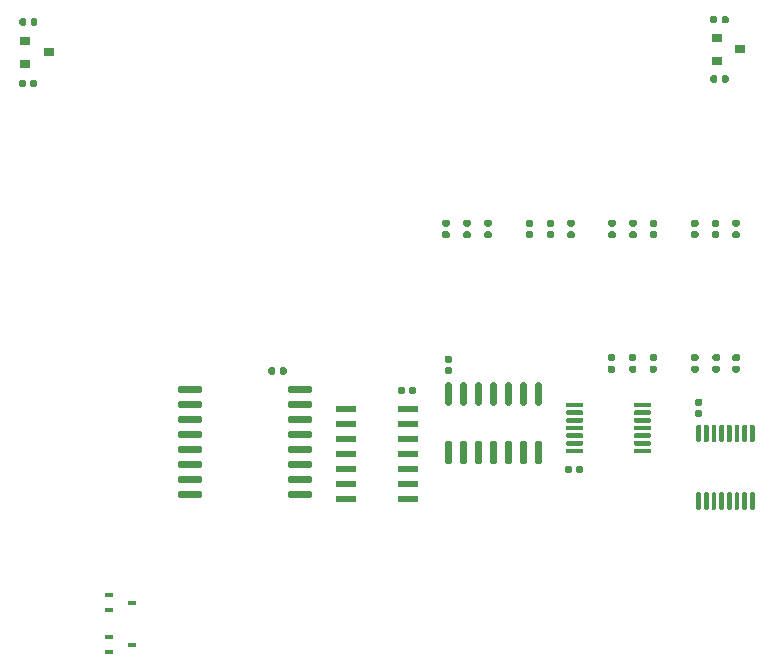
<source format=gtp>
%TF.GenerationSoftware,KiCad,Pcbnew,5.1.6-1.fc31*%
%TF.CreationDate,2020-06-27T23:06:53-07:00*%
%TF.ProjectId,rpi_7seg_alarm_clock,7270695f-3773-4656-975f-616c61726d5f,rev?*%
%TF.SameCoordinates,Original*%
%TF.FileFunction,Paste,Top*%
%TF.FilePolarity,Positive*%
%FSLAX46Y46*%
G04 Gerber Fmt 4.6, Leading zero omitted, Abs format (unit mm)*
G04 Created by KiCad (PCBNEW 5.1.6-1.fc31) date 2020-06-27 23:06:53*
%MOMM*%
%LPD*%
G01*
G04 APERTURE LIST*
%ADD10R,0.900000X0.800000*%
%ADD11R,0.700000X0.450000*%
%ADD12R,1.701800X0.533400*%
G04 APERTURE END LIST*
%TO.C,C1*%
G36*
G01*
X133422500Y-86985000D02*
X133077500Y-86985000D01*
G75*
G02*
X132930000Y-86837500I0J147500D01*
G01*
X132930000Y-86542500D01*
G75*
G02*
X133077500Y-86395000I147500J0D01*
G01*
X133422500Y-86395000D01*
G75*
G02*
X133570000Y-86542500I0J-147500D01*
G01*
X133570000Y-86837500D01*
G75*
G02*
X133422500Y-86985000I-147500J0D01*
G01*
G37*
G36*
G01*
X133422500Y-87955000D02*
X133077500Y-87955000D01*
G75*
G02*
X132930000Y-87807500I0J147500D01*
G01*
X132930000Y-87512500D01*
G75*
G02*
X133077500Y-87365000I147500J0D01*
G01*
X133422500Y-87365000D01*
G75*
G02*
X133570000Y-87512500I0J-147500D01*
G01*
X133570000Y-87807500D01*
G75*
G02*
X133422500Y-87955000I-147500J0D01*
G01*
G37*
%TD*%
%TO.C,C2*%
G36*
G01*
X116140000Y-89647500D02*
X116140000Y-89302500D01*
G75*
G02*
X116287500Y-89155000I147500J0D01*
G01*
X116582500Y-89155000D01*
G75*
G02*
X116730000Y-89302500I0J-147500D01*
G01*
X116730000Y-89647500D01*
G75*
G02*
X116582500Y-89795000I-147500J0D01*
G01*
X116287500Y-89795000D01*
G75*
G02*
X116140000Y-89647500I0J147500D01*
G01*
G37*
G36*
G01*
X115170000Y-89647500D02*
X115170000Y-89302500D01*
G75*
G02*
X115317500Y-89155000I147500J0D01*
G01*
X115612500Y-89155000D01*
G75*
G02*
X115760000Y-89302500I0J-147500D01*
G01*
X115760000Y-89647500D01*
G75*
G02*
X115612500Y-89795000I-147500J0D01*
G01*
X115317500Y-89795000D01*
G75*
G02*
X115170000Y-89647500I0J147500D01*
G01*
G37*
%TD*%
%TO.C,C3*%
G36*
G01*
X140472500Y-86985000D02*
X140127500Y-86985000D01*
G75*
G02*
X139980000Y-86837500I0J147500D01*
G01*
X139980000Y-86542500D01*
G75*
G02*
X140127500Y-86395000I147500J0D01*
G01*
X140472500Y-86395000D01*
G75*
G02*
X140620000Y-86542500I0J-147500D01*
G01*
X140620000Y-86837500D01*
G75*
G02*
X140472500Y-86985000I-147500J0D01*
G01*
G37*
G36*
G01*
X140472500Y-87955000D02*
X140127500Y-87955000D01*
G75*
G02*
X139980000Y-87807500I0J147500D01*
G01*
X139980000Y-87512500D01*
G75*
G02*
X140127500Y-87365000I147500J0D01*
G01*
X140472500Y-87365000D01*
G75*
G02*
X140620000Y-87512500I0J-147500D01*
G01*
X140620000Y-87807500D01*
G75*
G02*
X140472500Y-87955000I-147500J0D01*
G01*
G37*
%TD*%
%TO.C,C4*%
G36*
G01*
X143972500Y-75610000D02*
X143627500Y-75610000D01*
G75*
G02*
X143480000Y-75462500I0J147500D01*
G01*
X143480000Y-75167500D01*
G75*
G02*
X143627500Y-75020000I147500J0D01*
G01*
X143972500Y-75020000D01*
G75*
G02*
X144120000Y-75167500I0J-147500D01*
G01*
X144120000Y-75462500D01*
G75*
G02*
X143972500Y-75610000I-147500J0D01*
G01*
G37*
G36*
G01*
X143972500Y-76580000D02*
X143627500Y-76580000D01*
G75*
G02*
X143480000Y-76432500I0J147500D01*
G01*
X143480000Y-76137500D01*
G75*
G02*
X143627500Y-75990000I147500J0D01*
G01*
X143972500Y-75990000D01*
G75*
G02*
X144120000Y-76137500I0J-147500D01*
G01*
X144120000Y-76432500D01*
G75*
G02*
X143972500Y-76580000I-147500J0D01*
G01*
G37*
%TD*%
%TO.C,C5*%
G36*
G01*
X136972500Y-75610000D02*
X136627500Y-75610000D01*
G75*
G02*
X136480000Y-75462500I0J147500D01*
G01*
X136480000Y-75167500D01*
G75*
G02*
X136627500Y-75020000I147500J0D01*
G01*
X136972500Y-75020000D01*
G75*
G02*
X137120000Y-75167500I0J-147500D01*
G01*
X137120000Y-75462500D01*
G75*
G02*
X136972500Y-75610000I-147500J0D01*
G01*
G37*
G36*
G01*
X136972500Y-76580000D02*
X136627500Y-76580000D01*
G75*
G02*
X136480000Y-76432500I0J147500D01*
G01*
X136480000Y-76137500D01*
G75*
G02*
X136627500Y-75990000I147500J0D01*
G01*
X136972500Y-75990000D01*
G75*
G02*
X137120000Y-76137500I0J-147500D01*
G01*
X137120000Y-76432500D01*
G75*
G02*
X136972500Y-76580000I-147500J0D01*
G01*
G37*
%TD*%
%TO.C,C6*%
G36*
G01*
X105180000Y-87997500D02*
X105180000Y-87652500D01*
G75*
G02*
X105327500Y-87505000I147500J0D01*
G01*
X105622500Y-87505000D01*
G75*
G02*
X105770000Y-87652500I0J-147500D01*
G01*
X105770000Y-87997500D01*
G75*
G02*
X105622500Y-88145000I-147500J0D01*
G01*
X105327500Y-88145000D01*
G75*
G02*
X105180000Y-87997500I0J147500D01*
G01*
G37*
G36*
G01*
X104210000Y-87997500D02*
X104210000Y-87652500D01*
G75*
G02*
X104357500Y-87505000I147500J0D01*
G01*
X104652500Y-87505000D01*
G75*
G02*
X104800000Y-87652500I0J-147500D01*
G01*
X104800000Y-87997500D01*
G75*
G02*
X104652500Y-88145000I-147500J0D01*
G01*
X104357500Y-88145000D01*
G75*
G02*
X104210000Y-87997500I0J147500D01*
G01*
G37*
%TD*%
%TO.C,C7*%
G36*
G01*
X129997500Y-75610000D02*
X129652500Y-75610000D01*
G75*
G02*
X129505000Y-75462500I0J147500D01*
G01*
X129505000Y-75167500D01*
G75*
G02*
X129652500Y-75020000I147500J0D01*
G01*
X129997500Y-75020000D01*
G75*
G02*
X130145000Y-75167500I0J-147500D01*
G01*
X130145000Y-75462500D01*
G75*
G02*
X129997500Y-75610000I-147500J0D01*
G01*
G37*
G36*
G01*
X129997500Y-76580000D02*
X129652500Y-76580000D01*
G75*
G02*
X129505000Y-76432500I0J147500D01*
G01*
X129505000Y-76137500D01*
G75*
G02*
X129652500Y-75990000I147500J0D01*
G01*
X129997500Y-75990000D01*
G75*
G02*
X130145000Y-76137500I0J-147500D01*
G01*
X130145000Y-76432500D01*
G75*
G02*
X129997500Y-76580000I-147500J0D01*
G01*
G37*
%TD*%
%TO.C,C8*%
G36*
G01*
X122972500Y-75610000D02*
X122627500Y-75610000D01*
G75*
G02*
X122480000Y-75462500I0J147500D01*
G01*
X122480000Y-75167500D01*
G75*
G02*
X122627500Y-75020000I147500J0D01*
G01*
X122972500Y-75020000D01*
G75*
G02*
X123120000Y-75167500I0J-147500D01*
G01*
X123120000Y-75462500D01*
G75*
G02*
X122972500Y-75610000I-147500J0D01*
G01*
G37*
G36*
G01*
X122972500Y-76580000D02*
X122627500Y-76580000D01*
G75*
G02*
X122480000Y-76432500I0J147500D01*
G01*
X122480000Y-76137500D01*
G75*
G02*
X122627500Y-75990000I147500J0D01*
G01*
X122972500Y-75990000D01*
G75*
G02*
X123120000Y-76137500I0J-147500D01*
G01*
X123120000Y-76432500D01*
G75*
G02*
X122972500Y-76580000I-147500J0D01*
G01*
G37*
%TD*%
%TO.C,C9*%
G36*
G01*
X140452500Y-91130000D02*
X140797500Y-91130000D01*
G75*
G02*
X140945000Y-91277500I0J-147500D01*
G01*
X140945000Y-91572500D01*
G75*
G02*
X140797500Y-91720000I-147500J0D01*
G01*
X140452500Y-91720000D01*
G75*
G02*
X140305000Y-91572500I0J147500D01*
G01*
X140305000Y-91277500D01*
G75*
G02*
X140452500Y-91130000I147500J0D01*
G01*
G37*
G36*
G01*
X140452500Y-90160000D02*
X140797500Y-90160000D01*
G75*
G02*
X140945000Y-90307500I0J-147500D01*
G01*
X140945000Y-90602500D01*
G75*
G02*
X140797500Y-90750000I-147500J0D01*
G01*
X140452500Y-90750000D01*
G75*
G02*
X140305000Y-90602500I0J147500D01*
G01*
X140305000Y-90307500D01*
G75*
G02*
X140452500Y-90160000I147500J0D01*
G01*
G37*
%TD*%
%TO.C,C10*%
G36*
G01*
X130265000Y-96347500D02*
X130265000Y-96002500D01*
G75*
G02*
X130412500Y-95855000I147500J0D01*
G01*
X130707500Y-95855000D01*
G75*
G02*
X130855000Y-96002500I0J-147500D01*
G01*
X130855000Y-96347500D01*
G75*
G02*
X130707500Y-96495000I-147500J0D01*
G01*
X130412500Y-96495000D01*
G75*
G02*
X130265000Y-96347500I0J147500D01*
G01*
G37*
G36*
G01*
X129295000Y-96347500D02*
X129295000Y-96002500D01*
G75*
G02*
X129442500Y-95855000I147500J0D01*
G01*
X129737500Y-95855000D01*
G75*
G02*
X129885000Y-96002500I0J-147500D01*
G01*
X129885000Y-96347500D01*
G75*
G02*
X129737500Y-96495000I-147500J0D01*
G01*
X129442500Y-96495000D01*
G75*
G02*
X129295000Y-96347500I0J147500D01*
G01*
G37*
%TD*%
%TO.C,C11*%
G36*
G01*
X119277500Y-87490000D02*
X119622500Y-87490000D01*
G75*
G02*
X119770000Y-87637500I0J-147500D01*
G01*
X119770000Y-87932500D01*
G75*
G02*
X119622500Y-88080000I-147500J0D01*
G01*
X119277500Y-88080000D01*
G75*
G02*
X119130000Y-87932500I0J147500D01*
G01*
X119130000Y-87637500D01*
G75*
G02*
X119277500Y-87490000I147500J0D01*
G01*
G37*
G36*
G01*
X119277500Y-86520000D02*
X119622500Y-86520000D01*
G75*
G02*
X119770000Y-86667500I0J-147500D01*
G01*
X119770000Y-86962500D01*
G75*
G02*
X119622500Y-87110000I-147500J0D01*
G01*
X119277500Y-87110000D01*
G75*
G02*
X119130000Y-86962500I0J147500D01*
G01*
X119130000Y-86667500D01*
G75*
G02*
X119277500Y-86520000I147500J0D01*
G01*
G37*
%TD*%
%TO.C,R1*%
G36*
G01*
X136972500Y-86985000D02*
X136627500Y-86985000D01*
G75*
G02*
X136480000Y-86837500I0J147500D01*
G01*
X136480000Y-86542500D01*
G75*
G02*
X136627500Y-86395000I147500J0D01*
G01*
X136972500Y-86395000D01*
G75*
G02*
X137120000Y-86542500I0J-147500D01*
G01*
X137120000Y-86837500D01*
G75*
G02*
X136972500Y-86985000I-147500J0D01*
G01*
G37*
G36*
G01*
X136972500Y-87955000D02*
X136627500Y-87955000D01*
G75*
G02*
X136480000Y-87807500I0J147500D01*
G01*
X136480000Y-87512500D01*
G75*
G02*
X136627500Y-87365000I147500J0D01*
G01*
X136972500Y-87365000D01*
G75*
G02*
X137120000Y-87512500I0J-147500D01*
G01*
X137120000Y-87807500D01*
G75*
G02*
X136972500Y-87955000I-147500J0D01*
G01*
G37*
%TD*%
%TO.C,R2*%
G36*
G01*
X135222500Y-86985000D02*
X134877500Y-86985000D01*
G75*
G02*
X134730000Y-86837500I0J147500D01*
G01*
X134730000Y-86542500D01*
G75*
G02*
X134877500Y-86395000I147500J0D01*
G01*
X135222500Y-86395000D01*
G75*
G02*
X135370000Y-86542500I0J-147500D01*
G01*
X135370000Y-86837500D01*
G75*
G02*
X135222500Y-86985000I-147500J0D01*
G01*
G37*
G36*
G01*
X135222500Y-87955000D02*
X134877500Y-87955000D01*
G75*
G02*
X134730000Y-87807500I0J147500D01*
G01*
X134730000Y-87512500D01*
G75*
G02*
X134877500Y-87365000I147500J0D01*
G01*
X135222500Y-87365000D01*
G75*
G02*
X135370000Y-87512500I0J-147500D01*
G01*
X135370000Y-87807500D01*
G75*
G02*
X135222500Y-87955000I-147500J0D01*
G01*
G37*
%TD*%
%TO.C,R3*%
G36*
G01*
X143972500Y-86985000D02*
X143627500Y-86985000D01*
G75*
G02*
X143480000Y-86837500I0J147500D01*
G01*
X143480000Y-86542500D01*
G75*
G02*
X143627500Y-86395000I147500J0D01*
G01*
X143972500Y-86395000D01*
G75*
G02*
X144120000Y-86542500I0J-147500D01*
G01*
X144120000Y-86837500D01*
G75*
G02*
X143972500Y-86985000I-147500J0D01*
G01*
G37*
G36*
G01*
X143972500Y-87955000D02*
X143627500Y-87955000D01*
G75*
G02*
X143480000Y-87807500I0J147500D01*
G01*
X143480000Y-87512500D01*
G75*
G02*
X143627500Y-87365000I147500J0D01*
G01*
X143972500Y-87365000D01*
G75*
G02*
X144120000Y-87512500I0J-147500D01*
G01*
X144120000Y-87807500D01*
G75*
G02*
X143972500Y-87955000I-147500J0D01*
G01*
G37*
%TD*%
%TO.C,R4*%
G36*
G01*
X142297500Y-86985000D02*
X141952500Y-86985000D01*
G75*
G02*
X141805000Y-86837500I0J147500D01*
G01*
X141805000Y-86542500D01*
G75*
G02*
X141952500Y-86395000I147500J0D01*
G01*
X142297500Y-86395000D01*
G75*
G02*
X142445000Y-86542500I0J-147500D01*
G01*
X142445000Y-86837500D01*
G75*
G02*
X142297500Y-86985000I-147500J0D01*
G01*
G37*
G36*
G01*
X142297500Y-87955000D02*
X141952500Y-87955000D01*
G75*
G02*
X141805000Y-87807500I0J147500D01*
G01*
X141805000Y-87512500D01*
G75*
G02*
X141952500Y-87365000I147500J0D01*
G01*
X142297500Y-87365000D01*
G75*
G02*
X142445000Y-87512500I0J-147500D01*
G01*
X142445000Y-87807500D01*
G75*
G02*
X142297500Y-87955000I-147500J0D01*
G01*
G37*
%TD*%
%TO.C,R5*%
G36*
G01*
X140472500Y-75610000D02*
X140127500Y-75610000D01*
G75*
G02*
X139980000Y-75462500I0J147500D01*
G01*
X139980000Y-75167500D01*
G75*
G02*
X140127500Y-75020000I147500J0D01*
G01*
X140472500Y-75020000D01*
G75*
G02*
X140620000Y-75167500I0J-147500D01*
G01*
X140620000Y-75462500D01*
G75*
G02*
X140472500Y-75610000I-147500J0D01*
G01*
G37*
G36*
G01*
X140472500Y-76580000D02*
X140127500Y-76580000D01*
G75*
G02*
X139980000Y-76432500I0J147500D01*
G01*
X139980000Y-76137500D01*
G75*
G02*
X140127500Y-75990000I147500J0D01*
G01*
X140472500Y-75990000D01*
G75*
G02*
X140620000Y-76137500I0J-147500D01*
G01*
X140620000Y-76432500D01*
G75*
G02*
X140472500Y-76580000I-147500J0D01*
G01*
G37*
%TD*%
%TO.C,R6*%
G36*
G01*
X142247500Y-75610000D02*
X141902500Y-75610000D01*
G75*
G02*
X141755000Y-75462500I0J147500D01*
G01*
X141755000Y-75167500D01*
G75*
G02*
X141902500Y-75020000I147500J0D01*
G01*
X142247500Y-75020000D01*
G75*
G02*
X142395000Y-75167500I0J-147500D01*
G01*
X142395000Y-75462500D01*
G75*
G02*
X142247500Y-75610000I-147500J0D01*
G01*
G37*
G36*
G01*
X142247500Y-76580000D02*
X141902500Y-76580000D01*
G75*
G02*
X141755000Y-76432500I0J147500D01*
G01*
X141755000Y-76137500D01*
G75*
G02*
X141902500Y-75990000I147500J0D01*
G01*
X142247500Y-75990000D01*
G75*
G02*
X142395000Y-76137500I0J-147500D01*
G01*
X142395000Y-76432500D01*
G75*
G02*
X142247500Y-76580000I-147500J0D01*
G01*
G37*
%TD*%
%TO.C,R7*%
G36*
G01*
X84065000Y-58447500D02*
X84065000Y-58102500D01*
G75*
G02*
X84212500Y-57955000I147500J0D01*
G01*
X84507500Y-57955000D01*
G75*
G02*
X84655000Y-58102500I0J-147500D01*
G01*
X84655000Y-58447500D01*
G75*
G02*
X84507500Y-58595000I-147500J0D01*
G01*
X84212500Y-58595000D01*
G75*
G02*
X84065000Y-58447500I0J147500D01*
G01*
G37*
G36*
G01*
X83095000Y-58447500D02*
X83095000Y-58102500D01*
G75*
G02*
X83242500Y-57955000I147500J0D01*
G01*
X83537500Y-57955000D01*
G75*
G02*
X83685000Y-58102500I0J-147500D01*
G01*
X83685000Y-58447500D01*
G75*
G02*
X83537500Y-58595000I-147500J0D01*
G01*
X83242500Y-58595000D01*
G75*
G02*
X83095000Y-58447500I0J147500D01*
G01*
G37*
%TD*%
%TO.C,R8*%
G36*
G01*
X142575000Y-58247500D02*
X142575000Y-57902500D01*
G75*
G02*
X142722500Y-57755000I147500J0D01*
G01*
X143017500Y-57755000D01*
G75*
G02*
X143165000Y-57902500I0J-147500D01*
G01*
X143165000Y-58247500D01*
G75*
G02*
X143017500Y-58395000I-147500J0D01*
G01*
X142722500Y-58395000D01*
G75*
G02*
X142575000Y-58247500I0J147500D01*
G01*
G37*
G36*
G01*
X141605000Y-58247500D02*
X141605000Y-57902500D01*
G75*
G02*
X141752500Y-57755000I147500J0D01*
G01*
X142047500Y-57755000D01*
G75*
G02*
X142195000Y-57902500I0J-147500D01*
G01*
X142195000Y-58247500D01*
G75*
G02*
X142047500Y-58395000I-147500J0D01*
G01*
X141752500Y-58395000D01*
G75*
G02*
X141605000Y-58247500I0J147500D01*
G01*
G37*
%TD*%
%TO.C,R9*%
G36*
G01*
X84030000Y-63647500D02*
X84030000Y-63302500D01*
G75*
G02*
X84177500Y-63155000I147500J0D01*
G01*
X84472500Y-63155000D01*
G75*
G02*
X84620000Y-63302500I0J-147500D01*
G01*
X84620000Y-63647500D01*
G75*
G02*
X84472500Y-63795000I-147500J0D01*
G01*
X84177500Y-63795000D01*
G75*
G02*
X84030000Y-63647500I0J147500D01*
G01*
G37*
G36*
G01*
X83060000Y-63647500D02*
X83060000Y-63302500D01*
G75*
G02*
X83207500Y-63155000I147500J0D01*
G01*
X83502500Y-63155000D01*
G75*
G02*
X83650000Y-63302500I0J-147500D01*
G01*
X83650000Y-63647500D01*
G75*
G02*
X83502500Y-63795000I-147500J0D01*
G01*
X83207500Y-63795000D01*
G75*
G02*
X83060000Y-63647500I0J147500D01*
G01*
G37*
%TD*%
%TO.C,R10*%
G36*
G01*
X142575000Y-63272500D02*
X142575000Y-62927500D01*
G75*
G02*
X142722500Y-62780000I147500J0D01*
G01*
X143017500Y-62780000D01*
G75*
G02*
X143165000Y-62927500I0J-147500D01*
G01*
X143165000Y-63272500D01*
G75*
G02*
X143017500Y-63420000I-147500J0D01*
G01*
X142722500Y-63420000D01*
G75*
G02*
X142575000Y-63272500I0J147500D01*
G01*
G37*
G36*
G01*
X141605000Y-63272500D02*
X141605000Y-62927500D01*
G75*
G02*
X141752500Y-62780000I147500J0D01*
G01*
X142047500Y-62780000D01*
G75*
G02*
X142195000Y-62927500I0J-147500D01*
G01*
X142195000Y-63272500D01*
G75*
G02*
X142047500Y-63420000I-147500J0D01*
G01*
X141752500Y-63420000D01*
G75*
G02*
X141605000Y-63272500I0J147500D01*
G01*
G37*
%TD*%
%TO.C,R11*%
G36*
G01*
X133472500Y-75610000D02*
X133127500Y-75610000D01*
G75*
G02*
X132980000Y-75462500I0J147500D01*
G01*
X132980000Y-75167500D01*
G75*
G02*
X133127500Y-75020000I147500J0D01*
G01*
X133472500Y-75020000D01*
G75*
G02*
X133620000Y-75167500I0J-147500D01*
G01*
X133620000Y-75462500D01*
G75*
G02*
X133472500Y-75610000I-147500J0D01*
G01*
G37*
G36*
G01*
X133472500Y-76580000D02*
X133127500Y-76580000D01*
G75*
G02*
X132980000Y-76432500I0J147500D01*
G01*
X132980000Y-76137500D01*
G75*
G02*
X133127500Y-75990000I147500J0D01*
G01*
X133472500Y-75990000D01*
G75*
G02*
X133620000Y-76137500I0J-147500D01*
G01*
X133620000Y-76432500D01*
G75*
G02*
X133472500Y-76580000I-147500J0D01*
G01*
G37*
%TD*%
%TO.C,R12*%
G36*
G01*
X135247500Y-75610000D02*
X134902500Y-75610000D01*
G75*
G02*
X134755000Y-75462500I0J147500D01*
G01*
X134755000Y-75167500D01*
G75*
G02*
X134902500Y-75020000I147500J0D01*
G01*
X135247500Y-75020000D01*
G75*
G02*
X135395000Y-75167500I0J-147500D01*
G01*
X135395000Y-75462500D01*
G75*
G02*
X135247500Y-75610000I-147500J0D01*
G01*
G37*
G36*
G01*
X135247500Y-76580000D02*
X134902500Y-76580000D01*
G75*
G02*
X134755000Y-76432500I0J147500D01*
G01*
X134755000Y-76137500D01*
G75*
G02*
X134902500Y-75990000I147500J0D01*
G01*
X135247500Y-75990000D01*
G75*
G02*
X135395000Y-76137500I0J-147500D01*
G01*
X135395000Y-76432500D01*
G75*
G02*
X135247500Y-76580000I-147500J0D01*
G01*
G37*
%TD*%
%TO.C,R13*%
G36*
G01*
X126472500Y-75610000D02*
X126127500Y-75610000D01*
G75*
G02*
X125980000Y-75462500I0J147500D01*
G01*
X125980000Y-75167500D01*
G75*
G02*
X126127500Y-75020000I147500J0D01*
G01*
X126472500Y-75020000D01*
G75*
G02*
X126620000Y-75167500I0J-147500D01*
G01*
X126620000Y-75462500D01*
G75*
G02*
X126472500Y-75610000I-147500J0D01*
G01*
G37*
G36*
G01*
X126472500Y-76580000D02*
X126127500Y-76580000D01*
G75*
G02*
X125980000Y-76432500I0J147500D01*
G01*
X125980000Y-76137500D01*
G75*
G02*
X126127500Y-75990000I147500J0D01*
G01*
X126472500Y-75990000D01*
G75*
G02*
X126620000Y-76137500I0J-147500D01*
G01*
X126620000Y-76432500D01*
G75*
G02*
X126472500Y-76580000I-147500J0D01*
G01*
G37*
%TD*%
%TO.C,R14*%
G36*
G01*
X128272500Y-75610000D02*
X127927500Y-75610000D01*
G75*
G02*
X127780000Y-75462500I0J147500D01*
G01*
X127780000Y-75167500D01*
G75*
G02*
X127927500Y-75020000I147500J0D01*
G01*
X128272500Y-75020000D01*
G75*
G02*
X128420000Y-75167500I0J-147500D01*
G01*
X128420000Y-75462500D01*
G75*
G02*
X128272500Y-75610000I-147500J0D01*
G01*
G37*
G36*
G01*
X128272500Y-76580000D02*
X127927500Y-76580000D01*
G75*
G02*
X127780000Y-76432500I0J147500D01*
G01*
X127780000Y-76137500D01*
G75*
G02*
X127927500Y-75990000I147500J0D01*
G01*
X128272500Y-75990000D01*
G75*
G02*
X128420000Y-76137500I0J-147500D01*
G01*
X128420000Y-76432500D01*
G75*
G02*
X128272500Y-76580000I-147500J0D01*
G01*
G37*
%TD*%
%TO.C,R15*%
G36*
G01*
X119397500Y-75610000D02*
X119052500Y-75610000D01*
G75*
G02*
X118905000Y-75462500I0J147500D01*
G01*
X118905000Y-75167500D01*
G75*
G02*
X119052500Y-75020000I147500J0D01*
G01*
X119397500Y-75020000D01*
G75*
G02*
X119545000Y-75167500I0J-147500D01*
G01*
X119545000Y-75462500D01*
G75*
G02*
X119397500Y-75610000I-147500J0D01*
G01*
G37*
G36*
G01*
X119397500Y-76580000D02*
X119052500Y-76580000D01*
G75*
G02*
X118905000Y-76432500I0J147500D01*
G01*
X118905000Y-76137500D01*
G75*
G02*
X119052500Y-75990000I147500J0D01*
G01*
X119397500Y-75990000D01*
G75*
G02*
X119545000Y-76137500I0J-147500D01*
G01*
X119545000Y-76432500D01*
G75*
G02*
X119397500Y-76580000I-147500J0D01*
G01*
G37*
%TD*%
%TO.C,R16*%
G36*
G01*
X121197500Y-75610000D02*
X120852500Y-75610000D01*
G75*
G02*
X120705000Y-75462500I0J147500D01*
G01*
X120705000Y-75167500D01*
G75*
G02*
X120852500Y-75020000I147500J0D01*
G01*
X121197500Y-75020000D01*
G75*
G02*
X121345000Y-75167500I0J-147500D01*
G01*
X121345000Y-75462500D01*
G75*
G02*
X121197500Y-75610000I-147500J0D01*
G01*
G37*
G36*
G01*
X121197500Y-76580000D02*
X120852500Y-76580000D01*
G75*
G02*
X120705000Y-76432500I0J147500D01*
G01*
X120705000Y-76137500D01*
G75*
G02*
X120852500Y-75990000I147500J0D01*
G01*
X121197500Y-75990000D01*
G75*
G02*
X121345000Y-76137500I0J-147500D01*
G01*
X121345000Y-76432500D01*
G75*
G02*
X121197500Y-76580000I-147500J0D01*
G01*
G37*
%TD*%
D10*
%TO.C,Q1*%
X85625000Y-60850000D03*
X83625000Y-61800000D03*
X83625000Y-59900000D03*
%TD*%
%TO.C,Q2*%
X142150000Y-59650000D03*
X142150000Y-61550000D03*
X144150000Y-60600000D03*
%TD*%
D11*
%TO.C,Q3*%
X92694000Y-110998000D03*
X90694000Y-111648000D03*
X90694000Y-110348000D03*
%TD*%
%TO.C,Q4*%
X90694000Y-106792000D03*
X90694000Y-108092000D03*
X92694000Y-107442000D03*
%TD*%
%TO.C,U1*%
G36*
G01*
X119590000Y-95700000D02*
X119290000Y-95700000D01*
G75*
G02*
X119140000Y-95550000I0J150000D01*
G01*
X119140000Y-93900000D01*
G75*
G02*
X119290000Y-93750000I150000J0D01*
G01*
X119590000Y-93750000D01*
G75*
G02*
X119740000Y-93900000I0J-150000D01*
G01*
X119740000Y-95550000D01*
G75*
G02*
X119590000Y-95700000I-150000J0D01*
G01*
G37*
G36*
G01*
X120860000Y-95700000D02*
X120560000Y-95700000D01*
G75*
G02*
X120410000Y-95550000I0J150000D01*
G01*
X120410000Y-93900000D01*
G75*
G02*
X120560000Y-93750000I150000J0D01*
G01*
X120860000Y-93750000D01*
G75*
G02*
X121010000Y-93900000I0J-150000D01*
G01*
X121010000Y-95550000D01*
G75*
G02*
X120860000Y-95700000I-150000J0D01*
G01*
G37*
G36*
G01*
X122130000Y-95700000D02*
X121830000Y-95700000D01*
G75*
G02*
X121680000Y-95550000I0J150000D01*
G01*
X121680000Y-93900000D01*
G75*
G02*
X121830000Y-93750000I150000J0D01*
G01*
X122130000Y-93750000D01*
G75*
G02*
X122280000Y-93900000I0J-150000D01*
G01*
X122280000Y-95550000D01*
G75*
G02*
X122130000Y-95700000I-150000J0D01*
G01*
G37*
G36*
G01*
X123400000Y-95700000D02*
X123100000Y-95700000D01*
G75*
G02*
X122950000Y-95550000I0J150000D01*
G01*
X122950000Y-93900000D01*
G75*
G02*
X123100000Y-93750000I150000J0D01*
G01*
X123400000Y-93750000D01*
G75*
G02*
X123550000Y-93900000I0J-150000D01*
G01*
X123550000Y-95550000D01*
G75*
G02*
X123400000Y-95700000I-150000J0D01*
G01*
G37*
G36*
G01*
X124670000Y-95700000D02*
X124370000Y-95700000D01*
G75*
G02*
X124220000Y-95550000I0J150000D01*
G01*
X124220000Y-93900000D01*
G75*
G02*
X124370000Y-93750000I150000J0D01*
G01*
X124670000Y-93750000D01*
G75*
G02*
X124820000Y-93900000I0J-150000D01*
G01*
X124820000Y-95550000D01*
G75*
G02*
X124670000Y-95700000I-150000J0D01*
G01*
G37*
G36*
G01*
X125940000Y-95700000D02*
X125640000Y-95700000D01*
G75*
G02*
X125490000Y-95550000I0J150000D01*
G01*
X125490000Y-93900000D01*
G75*
G02*
X125640000Y-93750000I150000J0D01*
G01*
X125940000Y-93750000D01*
G75*
G02*
X126090000Y-93900000I0J-150000D01*
G01*
X126090000Y-95550000D01*
G75*
G02*
X125940000Y-95700000I-150000J0D01*
G01*
G37*
G36*
G01*
X127210000Y-95700000D02*
X126910000Y-95700000D01*
G75*
G02*
X126760000Y-95550000I0J150000D01*
G01*
X126760000Y-93900000D01*
G75*
G02*
X126910000Y-93750000I150000J0D01*
G01*
X127210000Y-93750000D01*
G75*
G02*
X127360000Y-93900000I0J-150000D01*
G01*
X127360000Y-95550000D01*
G75*
G02*
X127210000Y-95700000I-150000J0D01*
G01*
G37*
G36*
G01*
X127210000Y-90750000D02*
X126910000Y-90750000D01*
G75*
G02*
X126760000Y-90600000I0J150000D01*
G01*
X126760000Y-88950000D01*
G75*
G02*
X126910000Y-88800000I150000J0D01*
G01*
X127210000Y-88800000D01*
G75*
G02*
X127360000Y-88950000I0J-150000D01*
G01*
X127360000Y-90600000D01*
G75*
G02*
X127210000Y-90750000I-150000J0D01*
G01*
G37*
G36*
G01*
X125940000Y-90750000D02*
X125640000Y-90750000D01*
G75*
G02*
X125490000Y-90600000I0J150000D01*
G01*
X125490000Y-88950000D01*
G75*
G02*
X125640000Y-88800000I150000J0D01*
G01*
X125940000Y-88800000D01*
G75*
G02*
X126090000Y-88950000I0J-150000D01*
G01*
X126090000Y-90600000D01*
G75*
G02*
X125940000Y-90750000I-150000J0D01*
G01*
G37*
G36*
G01*
X124670000Y-90750000D02*
X124370000Y-90750000D01*
G75*
G02*
X124220000Y-90600000I0J150000D01*
G01*
X124220000Y-88950000D01*
G75*
G02*
X124370000Y-88800000I150000J0D01*
G01*
X124670000Y-88800000D01*
G75*
G02*
X124820000Y-88950000I0J-150000D01*
G01*
X124820000Y-90600000D01*
G75*
G02*
X124670000Y-90750000I-150000J0D01*
G01*
G37*
G36*
G01*
X123400000Y-90750000D02*
X123100000Y-90750000D01*
G75*
G02*
X122950000Y-90600000I0J150000D01*
G01*
X122950000Y-88950000D01*
G75*
G02*
X123100000Y-88800000I150000J0D01*
G01*
X123400000Y-88800000D01*
G75*
G02*
X123550000Y-88950000I0J-150000D01*
G01*
X123550000Y-90600000D01*
G75*
G02*
X123400000Y-90750000I-150000J0D01*
G01*
G37*
G36*
G01*
X122130000Y-90750000D02*
X121830000Y-90750000D01*
G75*
G02*
X121680000Y-90600000I0J150000D01*
G01*
X121680000Y-88950000D01*
G75*
G02*
X121830000Y-88800000I150000J0D01*
G01*
X122130000Y-88800000D01*
G75*
G02*
X122280000Y-88950000I0J-150000D01*
G01*
X122280000Y-90600000D01*
G75*
G02*
X122130000Y-90750000I-150000J0D01*
G01*
G37*
G36*
G01*
X120860000Y-90750000D02*
X120560000Y-90750000D01*
G75*
G02*
X120410000Y-90600000I0J150000D01*
G01*
X120410000Y-88950000D01*
G75*
G02*
X120560000Y-88800000I150000J0D01*
G01*
X120860000Y-88800000D01*
G75*
G02*
X121010000Y-88950000I0J-150000D01*
G01*
X121010000Y-90600000D01*
G75*
G02*
X120860000Y-90750000I-150000J0D01*
G01*
G37*
G36*
G01*
X119590000Y-90750000D02*
X119290000Y-90750000D01*
G75*
G02*
X119140000Y-90600000I0J150000D01*
G01*
X119140000Y-88950000D01*
G75*
G02*
X119290000Y-88800000I150000J0D01*
G01*
X119590000Y-88800000D01*
G75*
G02*
X119740000Y-88950000I0J-150000D01*
G01*
X119740000Y-90600000D01*
G75*
G02*
X119590000Y-90750000I-150000J0D01*
G01*
G37*
%TD*%
D12*
%TO.C,U2*%
X110809200Y-91040000D03*
X110809200Y-92310000D03*
X110809200Y-93580000D03*
X110809200Y-94850000D03*
X110809200Y-96120000D03*
X110809200Y-97390000D03*
X110809200Y-98660000D03*
X115990800Y-98660000D03*
X115990800Y-97390000D03*
X115990800Y-96120000D03*
X115990800Y-94850000D03*
X115990800Y-93580000D03*
X115990800Y-92310000D03*
X115990800Y-91040000D03*
%TD*%
%TO.C,U3*%
G36*
G01*
X107900000Y-98145000D02*
X107900000Y-98445000D01*
G75*
G02*
X107750000Y-98595000I-150000J0D01*
G01*
X106000000Y-98595000D01*
G75*
G02*
X105850000Y-98445000I0J150000D01*
G01*
X105850000Y-98145000D01*
G75*
G02*
X106000000Y-97995000I150000J0D01*
G01*
X107750000Y-97995000D01*
G75*
G02*
X107900000Y-98145000I0J-150000D01*
G01*
G37*
G36*
G01*
X107900000Y-96875000D02*
X107900000Y-97175000D01*
G75*
G02*
X107750000Y-97325000I-150000J0D01*
G01*
X106000000Y-97325000D01*
G75*
G02*
X105850000Y-97175000I0J150000D01*
G01*
X105850000Y-96875000D01*
G75*
G02*
X106000000Y-96725000I150000J0D01*
G01*
X107750000Y-96725000D01*
G75*
G02*
X107900000Y-96875000I0J-150000D01*
G01*
G37*
G36*
G01*
X107900000Y-95605000D02*
X107900000Y-95905000D01*
G75*
G02*
X107750000Y-96055000I-150000J0D01*
G01*
X106000000Y-96055000D01*
G75*
G02*
X105850000Y-95905000I0J150000D01*
G01*
X105850000Y-95605000D01*
G75*
G02*
X106000000Y-95455000I150000J0D01*
G01*
X107750000Y-95455000D01*
G75*
G02*
X107900000Y-95605000I0J-150000D01*
G01*
G37*
G36*
G01*
X107900000Y-94335000D02*
X107900000Y-94635000D01*
G75*
G02*
X107750000Y-94785000I-150000J0D01*
G01*
X106000000Y-94785000D01*
G75*
G02*
X105850000Y-94635000I0J150000D01*
G01*
X105850000Y-94335000D01*
G75*
G02*
X106000000Y-94185000I150000J0D01*
G01*
X107750000Y-94185000D01*
G75*
G02*
X107900000Y-94335000I0J-150000D01*
G01*
G37*
G36*
G01*
X107900000Y-93065000D02*
X107900000Y-93365000D01*
G75*
G02*
X107750000Y-93515000I-150000J0D01*
G01*
X106000000Y-93515000D01*
G75*
G02*
X105850000Y-93365000I0J150000D01*
G01*
X105850000Y-93065000D01*
G75*
G02*
X106000000Y-92915000I150000J0D01*
G01*
X107750000Y-92915000D01*
G75*
G02*
X107900000Y-93065000I0J-150000D01*
G01*
G37*
G36*
G01*
X107900000Y-91795000D02*
X107900000Y-92095000D01*
G75*
G02*
X107750000Y-92245000I-150000J0D01*
G01*
X106000000Y-92245000D01*
G75*
G02*
X105850000Y-92095000I0J150000D01*
G01*
X105850000Y-91795000D01*
G75*
G02*
X106000000Y-91645000I150000J0D01*
G01*
X107750000Y-91645000D01*
G75*
G02*
X107900000Y-91795000I0J-150000D01*
G01*
G37*
G36*
G01*
X107900000Y-90525000D02*
X107900000Y-90825000D01*
G75*
G02*
X107750000Y-90975000I-150000J0D01*
G01*
X106000000Y-90975000D01*
G75*
G02*
X105850000Y-90825000I0J150000D01*
G01*
X105850000Y-90525000D01*
G75*
G02*
X106000000Y-90375000I150000J0D01*
G01*
X107750000Y-90375000D01*
G75*
G02*
X107900000Y-90525000I0J-150000D01*
G01*
G37*
G36*
G01*
X107900000Y-89255000D02*
X107900000Y-89555000D01*
G75*
G02*
X107750000Y-89705000I-150000J0D01*
G01*
X106000000Y-89705000D01*
G75*
G02*
X105850000Y-89555000I0J150000D01*
G01*
X105850000Y-89255000D01*
G75*
G02*
X106000000Y-89105000I150000J0D01*
G01*
X107750000Y-89105000D01*
G75*
G02*
X107900000Y-89255000I0J-150000D01*
G01*
G37*
G36*
G01*
X98600000Y-89255000D02*
X98600000Y-89555000D01*
G75*
G02*
X98450000Y-89705000I-150000J0D01*
G01*
X96700000Y-89705000D01*
G75*
G02*
X96550000Y-89555000I0J150000D01*
G01*
X96550000Y-89255000D01*
G75*
G02*
X96700000Y-89105000I150000J0D01*
G01*
X98450000Y-89105000D01*
G75*
G02*
X98600000Y-89255000I0J-150000D01*
G01*
G37*
G36*
G01*
X98600000Y-90525000D02*
X98600000Y-90825000D01*
G75*
G02*
X98450000Y-90975000I-150000J0D01*
G01*
X96700000Y-90975000D01*
G75*
G02*
X96550000Y-90825000I0J150000D01*
G01*
X96550000Y-90525000D01*
G75*
G02*
X96700000Y-90375000I150000J0D01*
G01*
X98450000Y-90375000D01*
G75*
G02*
X98600000Y-90525000I0J-150000D01*
G01*
G37*
G36*
G01*
X98600000Y-91795000D02*
X98600000Y-92095000D01*
G75*
G02*
X98450000Y-92245000I-150000J0D01*
G01*
X96700000Y-92245000D01*
G75*
G02*
X96550000Y-92095000I0J150000D01*
G01*
X96550000Y-91795000D01*
G75*
G02*
X96700000Y-91645000I150000J0D01*
G01*
X98450000Y-91645000D01*
G75*
G02*
X98600000Y-91795000I0J-150000D01*
G01*
G37*
G36*
G01*
X98600000Y-93065000D02*
X98600000Y-93365000D01*
G75*
G02*
X98450000Y-93515000I-150000J0D01*
G01*
X96700000Y-93515000D01*
G75*
G02*
X96550000Y-93365000I0J150000D01*
G01*
X96550000Y-93065000D01*
G75*
G02*
X96700000Y-92915000I150000J0D01*
G01*
X98450000Y-92915000D01*
G75*
G02*
X98600000Y-93065000I0J-150000D01*
G01*
G37*
G36*
G01*
X98600000Y-94335000D02*
X98600000Y-94635000D01*
G75*
G02*
X98450000Y-94785000I-150000J0D01*
G01*
X96700000Y-94785000D01*
G75*
G02*
X96550000Y-94635000I0J150000D01*
G01*
X96550000Y-94335000D01*
G75*
G02*
X96700000Y-94185000I150000J0D01*
G01*
X98450000Y-94185000D01*
G75*
G02*
X98600000Y-94335000I0J-150000D01*
G01*
G37*
G36*
G01*
X98600000Y-95605000D02*
X98600000Y-95905000D01*
G75*
G02*
X98450000Y-96055000I-150000J0D01*
G01*
X96700000Y-96055000D01*
G75*
G02*
X96550000Y-95905000I0J150000D01*
G01*
X96550000Y-95605000D01*
G75*
G02*
X96700000Y-95455000I150000J0D01*
G01*
X98450000Y-95455000D01*
G75*
G02*
X98600000Y-95605000I0J-150000D01*
G01*
G37*
G36*
G01*
X98600000Y-96875000D02*
X98600000Y-97175000D01*
G75*
G02*
X98450000Y-97325000I-150000J0D01*
G01*
X96700000Y-97325000D01*
G75*
G02*
X96550000Y-97175000I0J150000D01*
G01*
X96550000Y-96875000D01*
G75*
G02*
X96700000Y-96725000I150000J0D01*
G01*
X98450000Y-96725000D01*
G75*
G02*
X98600000Y-96875000I0J-150000D01*
G01*
G37*
G36*
G01*
X98600000Y-98145000D02*
X98600000Y-98445000D01*
G75*
G02*
X98450000Y-98595000I-150000J0D01*
G01*
X96700000Y-98595000D01*
G75*
G02*
X96550000Y-98445000I0J150000D01*
G01*
X96550000Y-98145000D01*
G75*
G02*
X96700000Y-97995000I150000J0D01*
G01*
X98450000Y-97995000D01*
G75*
G02*
X98600000Y-98145000I0J-150000D01*
G01*
G37*
%TD*%
%TO.C,U4*%
G36*
G01*
X140725000Y-99575000D02*
X140525000Y-99575000D01*
G75*
G02*
X140425000Y-99475000I0J100000D01*
G01*
X140425000Y-98200000D01*
G75*
G02*
X140525000Y-98100000I100000J0D01*
G01*
X140725000Y-98100000D01*
G75*
G02*
X140825000Y-98200000I0J-100000D01*
G01*
X140825000Y-99475000D01*
G75*
G02*
X140725000Y-99575000I-100000J0D01*
G01*
G37*
G36*
G01*
X141375000Y-99575000D02*
X141175000Y-99575000D01*
G75*
G02*
X141075000Y-99475000I0J100000D01*
G01*
X141075000Y-98200000D01*
G75*
G02*
X141175000Y-98100000I100000J0D01*
G01*
X141375000Y-98100000D01*
G75*
G02*
X141475000Y-98200000I0J-100000D01*
G01*
X141475000Y-99475000D01*
G75*
G02*
X141375000Y-99575000I-100000J0D01*
G01*
G37*
G36*
G01*
X142025000Y-99575000D02*
X141825000Y-99575000D01*
G75*
G02*
X141725000Y-99475000I0J100000D01*
G01*
X141725000Y-98200000D01*
G75*
G02*
X141825000Y-98100000I100000J0D01*
G01*
X142025000Y-98100000D01*
G75*
G02*
X142125000Y-98200000I0J-100000D01*
G01*
X142125000Y-99475000D01*
G75*
G02*
X142025000Y-99575000I-100000J0D01*
G01*
G37*
G36*
G01*
X142675000Y-99575000D02*
X142475000Y-99575000D01*
G75*
G02*
X142375000Y-99475000I0J100000D01*
G01*
X142375000Y-98200000D01*
G75*
G02*
X142475000Y-98100000I100000J0D01*
G01*
X142675000Y-98100000D01*
G75*
G02*
X142775000Y-98200000I0J-100000D01*
G01*
X142775000Y-99475000D01*
G75*
G02*
X142675000Y-99575000I-100000J0D01*
G01*
G37*
G36*
G01*
X143325000Y-99575000D02*
X143125000Y-99575000D01*
G75*
G02*
X143025000Y-99475000I0J100000D01*
G01*
X143025000Y-98200000D01*
G75*
G02*
X143125000Y-98100000I100000J0D01*
G01*
X143325000Y-98100000D01*
G75*
G02*
X143425000Y-98200000I0J-100000D01*
G01*
X143425000Y-99475000D01*
G75*
G02*
X143325000Y-99575000I-100000J0D01*
G01*
G37*
G36*
G01*
X143975000Y-99575000D02*
X143775000Y-99575000D01*
G75*
G02*
X143675000Y-99475000I0J100000D01*
G01*
X143675000Y-98200000D01*
G75*
G02*
X143775000Y-98100000I100000J0D01*
G01*
X143975000Y-98100000D01*
G75*
G02*
X144075000Y-98200000I0J-100000D01*
G01*
X144075000Y-99475000D01*
G75*
G02*
X143975000Y-99575000I-100000J0D01*
G01*
G37*
G36*
G01*
X144625000Y-99575000D02*
X144425000Y-99575000D01*
G75*
G02*
X144325000Y-99475000I0J100000D01*
G01*
X144325000Y-98200000D01*
G75*
G02*
X144425000Y-98100000I100000J0D01*
G01*
X144625000Y-98100000D01*
G75*
G02*
X144725000Y-98200000I0J-100000D01*
G01*
X144725000Y-99475000D01*
G75*
G02*
X144625000Y-99575000I-100000J0D01*
G01*
G37*
G36*
G01*
X145275000Y-99575000D02*
X145075000Y-99575000D01*
G75*
G02*
X144975000Y-99475000I0J100000D01*
G01*
X144975000Y-98200000D01*
G75*
G02*
X145075000Y-98100000I100000J0D01*
G01*
X145275000Y-98100000D01*
G75*
G02*
X145375000Y-98200000I0J-100000D01*
G01*
X145375000Y-99475000D01*
G75*
G02*
X145275000Y-99575000I-100000J0D01*
G01*
G37*
G36*
G01*
X145275000Y-93850000D02*
X145075000Y-93850000D01*
G75*
G02*
X144975000Y-93750000I0J100000D01*
G01*
X144975000Y-92475000D01*
G75*
G02*
X145075000Y-92375000I100000J0D01*
G01*
X145275000Y-92375000D01*
G75*
G02*
X145375000Y-92475000I0J-100000D01*
G01*
X145375000Y-93750000D01*
G75*
G02*
X145275000Y-93850000I-100000J0D01*
G01*
G37*
G36*
G01*
X144625000Y-93850000D02*
X144425000Y-93850000D01*
G75*
G02*
X144325000Y-93750000I0J100000D01*
G01*
X144325000Y-92475000D01*
G75*
G02*
X144425000Y-92375000I100000J0D01*
G01*
X144625000Y-92375000D01*
G75*
G02*
X144725000Y-92475000I0J-100000D01*
G01*
X144725000Y-93750000D01*
G75*
G02*
X144625000Y-93850000I-100000J0D01*
G01*
G37*
G36*
G01*
X143975000Y-93850000D02*
X143775000Y-93850000D01*
G75*
G02*
X143675000Y-93750000I0J100000D01*
G01*
X143675000Y-92475000D01*
G75*
G02*
X143775000Y-92375000I100000J0D01*
G01*
X143975000Y-92375000D01*
G75*
G02*
X144075000Y-92475000I0J-100000D01*
G01*
X144075000Y-93750000D01*
G75*
G02*
X143975000Y-93850000I-100000J0D01*
G01*
G37*
G36*
G01*
X143325000Y-93850000D02*
X143125000Y-93850000D01*
G75*
G02*
X143025000Y-93750000I0J100000D01*
G01*
X143025000Y-92475000D01*
G75*
G02*
X143125000Y-92375000I100000J0D01*
G01*
X143325000Y-92375000D01*
G75*
G02*
X143425000Y-92475000I0J-100000D01*
G01*
X143425000Y-93750000D01*
G75*
G02*
X143325000Y-93850000I-100000J0D01*
G01*
G37*
G36*
G01*
X142675000Y-93850000D02*
X142475000Y-93850000D01*
G75*
G02*
X142375000Y-93750000I0J100000D01*
G01*
X142375000Y-92475000D01*
G75*
G02*
X142475000Y-92375000I100000J0D01*
G01*
X142675000Y-92375000D01*
G75*
G02*
X142775000Y-92475000I0J-100000D01*
G01*
X142775000Y-93750000D01*
G75*
G02*
X142675000Y-93850000I-100000J0D01*
G01*
G37*
G36*
G01*
X142025000Y-93850000D02*
X141825000Y-93850000D01*
G75*
G02*
X141725000Y-93750000I0J100000D01*
G01*
X141725000Y-92475000D01*
G75*
G02*
X141825000Y-92375000I100000J0D01*
G01*
X142025000Y-92375000D01*
G75*
G02*
X142125000Y-92475000I0J-100000D01*
G01*
X142125000Y-93750000D01*
G75*
G02*
X142025000Y-93850000I-100000J0D01*
G01*
G37*
G36*
G01*
X141375000Y-93850000D02*
X141175000Y-93850000D01*
G75*
G02*
X141075000Y-93750000I0J100000D01*
G01*
X141075000Y-92475000D01*
G75*
G02*
X141175000Y-92375000I100000J0D01*
G01*
X141375000Y-92375000D01*
G75*
G02*
X141475000Y-92475000I0J-100000D01*
G01*
X141475000Y-93750000D01*
G75*
G02*
X141375000Y-93850000I-100000J0D01*
G01*
G37*
G36*
G01*
X140725000Y-93850000D02*
X140525000Y-93850000D01*
G75*
G02*
X140425000Y-93750000I0J100000D01*
G01*
X140425000Y-92475000D01*
G75*
G02*
X140525000Y-92375000I100000J0D01*
G01*
X140725000Y-92375000D01*
G75*
G02*
X140825000Y-92475000I0J-100000D01*
G01*
X140825000Y-93750000D01*
G75*
G02*
X140725000Y-93850000I-100000J0D01*
G01*
G37*
%TD*%
%TO.C,U5*%
G36*
G01*
X136600000Y-94500000D02*
X136600000Y-94700000D01*
G75*
G02*
X136500000Y-94800000I-100000J0D01*
G01*
X135225000Y-94800000D01*
G75*
G02*
X135125000Y-94700000I0J100000D01*
G01*
X135125000Y-94500000D01*
G75*
G02*
X135225000Y-94400000I100000J0D01*
G01*
X136500000Y-94400000D01*
G75*
G02*
X136600000Y-94500000I0J-100000D01*
G01*
G37*
G36*
G01*
X136600000Y-93850000D02*
X136600000Y-94050000D01*
G75*
G02*
X136500000Y-94150000I-100000J0D01*
G01*
X135225000Y-94150000D01*
G75*
G02*
X135125000Y-94050000I0J100000D01*
G01*
X135125000Y-93850000D01*
G75*
G02*
X135225000Y-93750000I100000J0D01*
G01*
X136500000Y-93750000D01*
G75*
G02*
X136600000Y-93850000I0J-100000D01*
G01*
G37*
G36*
G01*
X136600000Y-93200000D02*
X136600000Y-93400000D01*
G75*
G02*
X136500000Y-93500000I-100000J0D01*
G01*
X135225000Y-93500000D01*
G75*
G02*
X135125000Y-93400000I0J100000D01*
G01*
X135125000Y-93200000D01*
G75*
G02*
X135225000Y-93100000I100000J0D01*
G01*
X136500000Y-93100000D01*
G75*
G02*
X136600000Y-93200000I0J-100000D01*
G01*
G37*
G36*
G01*
X136600000Y-92550000D02*
X136600000Y-92750000D01*
G75*
G02*
X136500000Y-92850000I-100000J0D01*
G01*
X135225000Y-92850000D01*
G75*
G02*
X135125000Y-92750000I0J100000D01*
G01*
X135125000Y-92550000D01*
G75*
G02*
X135225000Y-92450000I100000J0D01*
G01*
X136500000Y-92450000D01*
G75*
G02*
X136600000Y-92550000I0J-100000D01*
G01*
G37*
G36*
G01*
X136600000Y-91900000D02*
X136600000Y-92100000D01*
G75*
G02*
X136500000Y-92200000I-100000J0D01*
G01*
X135225000Y-92200000D01*
G75*
G02*
X135125000Y-92100000I0J100000D01*
G01*
X135125000Y-91900000D01*
G75*
G02*
X135225000Y-91800000I100000J0D01*
G01*
X136500000Y-91800000D01*
G75*
G02*
X136600000Y-91900000I0J-100000D01*
G01*
G37*
G36*
G01*
X136600000Y-91250000D02*
X136600000Y-91450000D01*
G75*
G02*
X136500000Y-91550000I-100000J0D01*
G01*
X135225000Y-91550000D01*
G75*
G02*
X135125000Y-91450000I0J100000D01*
G01*
X135125000Y-91250000D01*
G75*
G02*
X135225000Y-91150000I100000J0D01*
G01*
X136500000Y-91150000D01*
G75*
G02*
X136600000Y-91250000I0J-100000D01*
G01*
G37*
G36*
G01*
X136600000Y-90600000D02*
X136600000Y-90800000D01*
G75*
G02*
X136500000Y-90900000I-100000J0D01*
G01*
X135225000Y-90900000D01*
G75*
G02*
X135125000Y-90800000I0J100000D01*
G01*
X135125000Y-90600000D01*
G75*
G02*
X135225000Y-90500000I100000J0D01*
G01*
X136500000Y-90500000D01*
G75*
G02*
X136600000Y-90600000I0J-100000D01*
G01*
G37*
G36*
G01*
X130875000Y-90600000D02*
X130875000Y-90800000D01*
G75*
G02*
X130775000Y-90900000I-100000J0D01*
G01*
X129500000Y-90900000D01*
G75*
G02*
X129400000Y-90800000I0J100000D01*
G01*
X129400000Y-90600000D01*
G75*
G02*
X129500000Y-90500000I100000J0D01*
G01*
X130775000Y-90500000D01*
G75*
G02*
X130875000Y-90600000I0J-100000D01*
G01*
G37*
G36*
G01*
X130875000Y-91250000D02*
X130875000Y-91450000D01*
G75*
G02*
X130775000Y-91550000I-100000J0D01*
G01*
X129500000Y-91550000D01*
G75*
G02*
X129400000Y-91450000I0J100000D01*
G01*
X129400000Y-91250000D01*
G75*
G02*
X129500000Y-91150000I100000J0D01*
G01*
X130775000Y-91150000D01*
G75*
G02*
X130875000Y-91250000I0J-100000D01*
G01*
G37*
G36*
G01*
X130875000Y-91900000D02*
X130875000Y-92100000D01*
G75*
G02*
X130775000Y-92200000I-100000J0D01*
G01*
X129500000Y-92200000D01*
G75*
G02*
X129400000Y-92100000I0J100000D01*
G01*
X129400000Y-91900000D01*
G75*
G02*
X129500000Y-91800000I100000J0D01*
G01*
X130775000Y-91800000D01*
G75*
G02*
X130875000Y-91900000I0J-100000D01*
G01*
G37*
G36*
G01*
X130875000Y-92550000D02*
X130875000Y-92750000D01*
G75*
G02*
X130775000Y-92850000I-100000J0D01*
G01*
X129500000Y-92850000D01*
G75*
G02*
X129400000Y-92750000I0J100000D01*
G01*
X129400000Y-92550000D01*
G75*
G02*
X129500000Y-92450000I100000J0D01*
G01*
X130775000Y-92450000D01*
G75*
G02*
X130875000Y-92550000I0J-100000D01*
G01*
G37*
G36*
G01*
X130875000Y-93200000D02*
X130875000Y-93400000D01*
G75*
G02*
X130775000Y-93500000I-100000J0D01*
G01*
X129500000Y-93500000D01*
G75*
G02*
X129400000Y-93400000I0J100000D01*
G01*
X129400000Y-93200000D01*
G75*
G02*
X129500000Y-93100000I100000J0D01*
G01*
X130775000Y-93100000D01*
G75*
G02*
X130875000Y-93200000I0J-100000D01*
G01*
G37*
G36*
G01*
X130875000Y-93850000D02*
X130875000Y-94050000D01*
G75*
G02*
X130775000Y-94150000I-100000J0D01*
G01*
X129500000Y-94150000D01*
G75*
G02*
X129400000Y-94050000I0J100000D01*
G01*
X129400000Y-93850000D01*
G75*
G02*
X129500000Y-93750000I100000J0D01*
G01*
X130775000Y-93750000D01*
G75*
G02*
X130875000Y-93850000I0J-100000D01*
G01*
G37*
G36*
G01*
X130875000Y-94500000D02*
X130875000Y-94700000D01*
G75*
G02*
X130775000Y-94800000I-100000J0D01*
G01*
X129500000Y-94800000D01*
G75*
G02*
X129400000Y-94700000I0J100000D01*
G01*
X129400000Y-94500000D01*
G75*
G02*
X129500000Y-94400000I100000J0D01*
G01*
X130775000Y-94400000D01*
G75*
G02*
X130875000Y-94500000I0J-100000D01*
G01*
G37*
%TD*%
M02*

</source>
